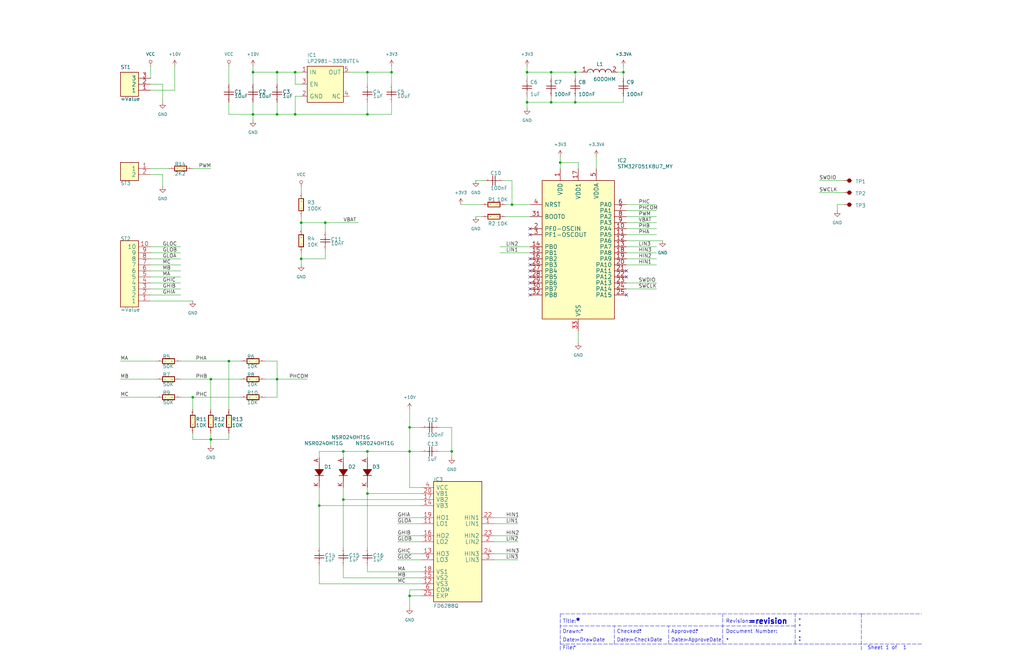
<source format=kicad_sch>
(kicad_sch (version 20211123) (generator eeschema)
  (paper "B")
  (title_block (title "testnoibec_mcu-SchDoc") (date "27 03 2022"))
  (lib_symbols
    (symbol "power:+10V" (power) (pin_names (offset 0))
      (property "Value" "+10V" (at 0 3.556 0))
      (symbol "+10V_0_1"
        (polyline (pts (xy -0.762 1.27) (xy 0 2.54)))
        (polyline (pts (xy 0 0) (xy 0 2.54)))
        (polyline (pts (xy 0 2.54) (xy 0.762 1.27)))
      )
      (symbol "+10V_1_1"
        (pin power_in line (at 0 0 90) (length 0) hide (name "+10V") (number "1"))
      )
    )
    (symbol "power:+3.3V" (power) (pin_names (offset 0))
      (property "Value" "+3.3V" (at 0 3.556 0))
      (symbol "+3.3V_0_1"
        (polyline (pts (xy -0.762 1.27) (xy 0 2.54)))
        (polyline (pts (xy 0 0) (xy 0 2.54)))
        (polyline (pts (xy 0 2.54) (xy 0.762 1.27)))
      )
      (symbol "+3.3V_1_1"
        (pin power_in line (at 0 0 90) (length 0) hide (name "+3V3") (number "1"))
      )
    )
    (symbol "power:+3.3VA" (power) (pin_names (offset 0))
      (property "Value" "+3.3VA" (at 0 3.556 0))
      (symbol "+3.3VA_0_1"
        (polyline (pts (xy -0.762 1.27) (xy 0 2.54)))
        (polyline (pts (xy 0 0) (xy 0 2.54)))
        (polyline (pts (xy 0 2.54) (xy 0.762 1.27)))
      )
      (symbol "+3.3VA_1_1"
        (pin power_in line (at 0 0 90) (length 0) hide (name "+3.3VA") (number "1"))
      )
    )
    (symbol "power:GND" (power) (pin_names (offset 0))
      (property "Value" "GND" (at 0 -3.81 0))
      (symbol "GND_0_1"
        (polyline (pts (xy 0 0) (xy 0 -1.27) (xy 1.27 -1.27) (xy 0 -2.54) (xy -1.27 -1.27) (xy 0 -1.27)))
      )
      (symbol "GND_1_1"
        (pin power_in line (at 0 0 270) (length 0) hide (name "GND") (number "1"))
      )
    )
    (symbol "power:VCC" (power) (pin_names (offset 0))
      (property "Value" "VCC" (at 0 3.81 0))
      (symbol "VCC_0_1"
        (polyline (pts (xy 0 0) (xy 0 1.27)))
        (circle (center 0 1.905) (radius 0.635))
      )
      (symbol "VCC_1_1"
        (pin power_in line (at 0 0 90) (length 0) hide (name "VCC") (number "1"))
      )
    )
    (symbol "testnoibec_mcu-rescue:Cap-" (pin_names (offset 1.016))
      (property "Reference" "C" (at 4.826 1.016 0))
      (property "Value" "Cap-" (at 4.826 -0.762 90))
      (symbol "Cap-_0_1"
        (polyline (pts (xy 0 -2.54) (xy 0.762 -2.54)) (stroke (width 0.254)))
        (polyline (pts (xy 0.762 -4.572) (xy 0.762 -0.508)) (stroke (width 0.254)))
        (polyline (pts (xy 1.778 -0.508) (xy 1.778 -4.572)) (stroke (width 0.254)))
        (polyline (pts (xy 2.54 -2.54) (xy 1.778 -2.54)) (stroke (width 0.254)))
        (pin passive line (at -2.54 -2.54 0) (length 2.54) (name "1") (number "1"))
        (pin passive line (at 5.08 -2.54 180) (length 2.54) (name "2") (number "2"))
      )
    )
    (symbol "testnoibec_mcu-rescue:DIODE-" (pin_names (offset 1.016))
      (property "Reference" "D" (at -0.508 -2.286 0))
      (property "Value" "DIODE-" (at -8.89 7.62 90))
      (symbol "DIODE-_0_1"
        (polyline (pts (xy 0 -2.54) (xy 2.54 -2.54)) (stroke (width 0.254)))
        (polyline (pts (xy 5.08 -2.54) (xy 7.62 -2.54)) (stroke (width 0.254)))
        (polyline (pts (xy 5.08 -0.762) (xy 5.08 -4.318)) (stroke (width 0.254)))
        (polyline (pts (xy 5.08 -2.54) (xy 5.08 -2.54) (xy 2.54 -4.318) (xy 2.54 -0.762) (xy 5.08 -2.54) (xy 5.08 -2.54)) (stroke (width 0.254)) (fill (type outline)))
        (pin passive line (at -2.54 -2.54 0) (length 2.54) (name "A") (number "A"))
        (pin passive line (at 10.16 -2.54 180) (length 2.54) (name "K") (number "K"))
      )
    )
    (symbol "testnoibec_mcu-rescue:FD6288Q-" (pin_names (offset 1.016))
      (property "Reference" "IC" (at -10.16 25.4 0))
      (property "Value" "FD6288Q-" (at -10.16 -27.94 0))
      (symbol "FD6288Q-_0_1"
        (rectangle (start 10.16 -25.4) (end -10.16 25.4) (stroke (width 0.254)) (fill (type background)))
        (pin input line (at -15.24 7.62 0) (length 5.08) (name "LIN1") (number "1"))
        (pin output line (at 15.24 0 180) (length 5.08) (name "LO2") (number "10"))
        (pin output line (at 15.24 7.62 180) (length 5.08) (name "LO1") (number "11"))
        (pin power_in line (at 15.24 -17.78 180) (length 5.08) (name "VS3") (number "12"))
        (pin output line (at 15.24 -5.08 180) (length 5.08) (name "HO3") (number "13"))
        (pin power_in line (at 15.24 15.24 180) (length 5.08) (name "VB3") (number "14"))
        (pin power_in line (at 15.24 -15.24 180) (length 5.08) (name "VS2") (number "15"))
        (pin output line (at 15.24 2.54 180) (length 5.08) (name "HO2") (number "16"))
        (pin power_in line (at 15.24 17.78 180) (length 5.08) (name "VB2") (number "17"))
        (pin power_in line (at 15.24 -12.7 180) (length 5.08) (name "VS1") (number "18"))
        (pin output line (at 15.24 10.16 180) (length 5.08) (name "HO1") (number "19"))
        (pin input line (at -15.24 0 0) (length 5.08) (name "LIN2") (number "2"))
        (pin power_in line (at 15.24 20.32 180) (length 5.08) (name "VB1") (number "20"))
        (pin input line (at -15.24 10.16 0) (length 5.08) (name "HIN1") (number "22"))
        (pin input line (at -15.24 2.54 0) (length 5.08) (name "HIN2") (number "23"))
        (pin input line (at -15.24 -5.08 0) (length 5.08) (name "HIN3") (number "24"))
        (pin power_in line (at 15.24 -22.86 180) (length 5.08) (name "EXP") (number "25"))
        (pin input line (at -15.24 -7.62 0) (length 5.08) (name "LIN3") (number "3"))
        (pin power_in line (at 15.24 22.86 180) (length 5.08) (name "VCC") (number "4"))
        (pin power_in line (at 15.24 -20.32 180) (length 5.08) (name "COM") (number "6"))
        (pin output line (at 15.24 -7.62 180) (length 5.08) (name "LO3") (number "9"))
      )
    )
    (symbol "testnoibec_mcu-rescue:Header_10X1-" (pin_names (offset 1.016))
      (property "Reference" "ST" (at -7.62 27.94 0))
      (property "Value" "Header_10X1-" (at -7.62 -2.032 0))
      (symbol "Header_10X1-_0_1"
        (rectangle (start 7.62 0) (end 0 -27.94) (stroke (width 0.254)) (fill (type background)))
        (pin passive line (at -5.08 -2.54 0) (length 5.08) (name "1") (number "1"))
        (pin passive line (at -5.08 -25.4 0) (length 5.08) (name "10") (number "10"))
        (pin passive line (at -5.08 -5.08 0) (length 5.08) (name "2") (number "2"))
        (pin passive line (at -5.08 -7.62 0) (length 5.08) (name "3") (number "3"))
        (pin passive line (at -5.08 -10.16 0) (length 5.08) (name "4") (number "4"))
        (pin passive line (at -5.08 -12.7 0) (length 5.08) (name "5") (number "5"))
        (pin passive line (at -5.08 -15.24 0) (length 5.08) (name "6") (number "6"))
        (pin passive line (at -5.08 -17.78 0) (length 5.08) (name "7") (number "7"))
        (pin passive line (at -5.08 -20.32 0) (length 5.08) (name "8") (number "8"))
        (pin passive line (at -5.08 -22.86 0) (length 5.08) (name "9") (number "9"))
      )
    )
    (symbol "testnoibec_mcu-rescue:Header_2X1-" (pin_names (offset 1.016))
      (property "Reference" "ST" (at -7.62 -9.652 0))
      (property "Value" "Header_2X1-" (at 0 0 0))
      (symbol "Header_2X1-_0_1"
        (rectangle (start 7.62 -7.62) (end 0 0) (stroke (width 0.254)) (fill (type background)))
        (pin passive line (at -5.08 -2.54 0) (length 5.08) (name "1") (number "1"))
        (pin passive line (at -5.08 -5.08 0) (length 5.08) (name "2") (number "2"))
      )
    )
    (symbol "testnoibec_mcu-rescue:Header_3X1-" (pin_names (offset 1.016))
      (property "Reference" "ST" (at -7.62 11.43 0))
      (property "Value" "Header_3X1-" (at -7.62 -2.032 0))
      (symbol "Header_3X1-_0_1"
        (rectangle (start 7.62 0) (end 0 -10.16) (stroke (width 0.254)) (fill (type background)))
        (pin passive line (at -5.08 -2.54 0) (length 5.08) (name "1") (number "1"))
        (pin passive line (at -5.08 -5.08 0) (length 5.08) (name "2") (number "2"))
        (pin passive line (at -5.08 -7.62 0) (length 5.08) (name "3") (number "3"))
      )
    )
    (symbol "testnoibec_mcu-rescue:Inductor_Bead-" (pin_names (offset 1.016))
      (property "Reference" "L" (at 0 -1.27 0))
      (property "Value" "Inductor_Bead-" (at 0 -5.334 0))
      (symbol "Inductor_Bead-_0_1"
        (pin passive line (at -2.54 -2.54 0) (length 2.54) (name "1") (number "1"))
        (pin passive line (at 12.7 -2.54 180) (length 2.54) (name "2") (number "2"))
      )
      (symbol "Inductor_Bead-_1_1"
        (arc (start 1.2446 -1.27) (mid 0.3629 -1.6508) (end 0 -2.54) (stroke (width 0.254)))
        (arc (start 2.54 -2.54) (mid 2.159 -1.633) (end 1.2446 -1.27) (stroke (width 0.254)))
        (arc (start 3.7846 -1.27) (mid 2.9029 -1.6508) (end 2.54 -2.54) (stroke (width 0.254)))
        (arc (start 5.08 -2.54) (mid 4.699 -1.633) (end 3.7846 -1.27) (stroke (width 0.254)))
        (arc (start 6.3246 -1.27) (mid 5.4429 -1.6508) (end 5.08 -2.54) (stroke (width 0.254)))
        (arc (start 7.62 -2.54) (mid 7.239 -1.633) (end 6.3246 -1.27) (stroke (width 0.254)))
        (arc (start 8.8646 -1.27) (mid 7.9829 -1.6508) (end 7.62 -2.54) (stroke (width 0.254)))
        (arc (start 10.16 -2.54) (mid 9.779 -1.633) (end 8.8646 -1.27) (stroke (width 0.254)))
      )
    )
    (symbol "testnoibec_mcu-rescue:Res-" (pin_names (offset 1.016))
      (property "Reference" "R" (at 5.08 2.54 0))
      (property "Value" "Res-" (at 5.08 0 90))
      (symbol "Res-_0_1"
        (rectangle (start 0 -3.556) (end 5.08 -1.524) (stroke (width 0.254)) (fill (type background)))
        (rectangle (start 0 -1.524) (end 5.08 -3.556) (stroke (width 0.254)) (fill (type background)))
        (rectangle (start 5.08 -1.524) (end 0 -3.556) (stroke (width 0.254)) (fill (type background)))
        (pin passive line (at -2.54 -2.54 0) (length 2.54) (name "1") (number "1"))
        (pin passive line (at 7.62 -2.54 180) (length 2.54) (name "2") (number "2"))
      )
    )
    (symbol "testnoibec_mcu-rescue:STM32F051K8U7_MY-" (pin_names (offset 1.016))
      (property "Reference" "IC" (at 16.51 38.1 0))
      (property "Value" "STM32F051K8U7_MY-" (at 16.51 35.56 0))
      (symbol "STM32F051K8U7_MY-_0_1"
        (rectangle (start -15.24 -27.94) (end 15.24 30.48) (stroke (width 0.254)) (fill (type background)))
        (pin power_in line (at -7.62 35.56 270) (length 5.08) (name "VDD") (number "1"))
        (pin bidirectional line (at 20.32 10.16 180) (length 5.08) (name "PA4") (number "10"))
        (pin bidirectional line (at 20.32 7.62 180) (length 5.08) (name "PA5") (number "11"))
        (pin bidirectional line (at 20.32 5.08 180) (length 5.08) (name "PA6") (number "12"))
        (pin bidirectional line (at 20.32 2.54 180) (length 5.08) (name "PA7") (number "13"))
        (pin bidirectional line (at -20.32 2.54 0) (length 5.08) (name "PB0") (number "14"))
        (pin bidirectional line (at -20.32 0 0) (length 5.08) (name "PB1") (number "15"))
        (pin bidirectional line (at -20.32 -2.54 0) (length 5.08) (name "PB2") (number "16"))
        (pin power_in line (at 0 35.56 270) (length 5.08) (name "VDD1") (number "17"))
        (pin bidirectional line (at 20.32 0 180) (length 5.08) (name "PA8") (number "18"))
        (pin bidirectional line (at 20.32 -2.54 180) (length 5.08) (name "PA9") (number "19"))
        (pin bidirectional line (at -20.32 10.16 0) (length 5.08) (name "PF0-OSCIN") (number "2"))
        (pin bidirectional line (at 20.32 -5.08 180) (length 5.08) (name "PA10") (number "20"))
        (pin bidirectional line (at 20.32 -7.62 180) (length 5.08) (name "PA11") (number "21"))
        (pin bidirectional line (at 20.32 -10.16 180) (length 5.08) (name "PA12") (number "22"))
        (pin bidirectional line (at 20.32 -12.7 180) (length 5.08) (name "PA13") (number "23"))
        (pin bidirectional line (at 20.32 -15.24 180) (length 5.08) (name "PA14") (number "24"))
        (pin bidirectional line (at 20.32 -17.78 180) (length 5.08) (name "PA15") (number "25"))
        (pin bidirectional line (at -20.32 -5.08 0) (length 5.08) (name "PB3") (number "26"))
        (pin bidirectional line (at -20.32 -7.62 0) (length 5.08) (name "PB4") (number "27"))
        (pin bidirectional line (at -20.32 -10.16 0) (length 5.08) (name "PB5") (number "28"))
        (pin bidirectional line (at -20.32 -12.7 0) (length 5.08) (name "PB6") (number "29"))
        (pin bidirectional line (at -20.32 7.62 0) (length 5.08) (name "PF1-OSCOUT") (number "3"))
        (pin bidirectional line (at -20.32 -15.24 0) (length 5.08) (name "PB7") (number "30"))
        (pin bidirectional line (at -20.32 15.24 0) (length 5.08) (name "BOOT0") (number "31"))
        (pin bidirectional line (at -20.32 -17.78 0) (length 5.08) (name "PB8") (number "32"))
        (pin power_in line (at 0 -33.02 90) (length 5.08) (name "VSS") (number "33"))
        (pin bidirectional line (at -20.32 20.32 0) (length 5.08) (name "NRST") (number "4"))
        (pin power_in line (at 7.62 35.56 270) (length 5.08) (name "VDDA") (number "5"))
        (pin bidirectional line (at 20.32 20.32 180) (length 5.08) (name "PA0") (number "6"))
        (pin bidirectional line (at 20.32 17.78 180) (length 5.08) (name "PA1") (number "7"))
        (pin bidirectional line (at 20.32 15.24 180) (length 5.08) (name "PA2") (number "8"))
        (pin bidirectional line (at 20.32 12.7 180) (length 5.08) (name "PA3") (number "9"))
      )
    )
    (symbol "testnoibec_mcu-rescue:TP-" (pin_names (offset 1.016))
      (property "Reference" "TP" (at 2.54 -1.27 0))
      (property "Value" "TP-" (at 0 0 0))
      (symbol "TP-_0_1"
        (circle (center 0 0) (radius 0.762) (stroke (width 0.254)) (fill (type outline)))
        (pin passive line (at -2.54 0 0) (length 2.54) (name "1") (number "1"))
      )
    )
    (symbol "testnoibec_mcu-rescue:TPS784-" (pin_names (offset 1.016))
      (property "Reference" "IC" (at -7.62 8.89 0))
      (property "Value" "TPS784-" (at -7.62 6.35 0))
      (symbol "TPS784-_0_1"
        (rectangle (start -7.62 -10.16) (end 7.62 5.08) (stroke (width 0.254)) (fill (type background)))
        (pin power_in line (at -10.16 2.54 0) (length 2.54) (name "IN") (number "1"))
        (pin power_in line (at -10.16 -7.62 0) (length 2.54) (name "GND") (number "2"))
        (pin passive line (at -10.16 -2.54 0) (length 2.54) (name "EN") (number "3"))
        (pin power_in line (at 10.16 -7.62 180) (length 2.54) (name "NC") (number "4"))
        (pin power_in line (at 10.16 2.54 180) (length 2.54) (name "OUT") (number "5"))
      )
    )
  )
  (junction (at 172.72 180.34))
  (junction (at 81.28 167.64))
  (junction (at 124.46 30.48))
  (junction (at 165.1 30.48))
  (junction (at 154.94 30.48))
  (junction (at 116.84 160.02))
  (junction (at 88.9 160.02))
  (junction (at 215.9 86.36))
  (junction (at 172.72 251.46))
  (junction (at 154.94 48.26))
  (junction (at 232.41 43.18))
  (junction (at 236.22 68.58))
  (junction (at 137.16 93.98))
  (junction (at 144.78 210.82))
  (junction (at 116.84 30.48))
  (junction (at 190.5 190.5))
  (junction (at 127 109.22))
  (junction (at 154.94 190.5))
  (junction (at 154.94 208.28))
  (junction (at 127 93.98))
  (junction (at 106.68 30.48))
  (junction (at 262.89 30.48))
  (junction (at 242.57 30.48))
  (junction (at 222.25 43.18))
  (junction (at 96.52 152.4))
  (junction (at 106.68 48.26))
  (junction (at 144.78 190.5))
  (junction (at 242.57 43.18))
  (junction (at 88.9 185.42))
  (junction (at 232.41 30.48))
  (junction (at 134.62 213.36))
  (junction (at 124.46 48.26))
  (junction (at 116.84 48.26))
  (junction (at 222.25 30.48))
  (junction (at 172.72 190.5))
  (no_connect (at 223.52 109.22))
  (no_connect (at 223.52 111.76))
  (no_connect (at 223.52 114.3))
  (no_connect (at 223.52 96.52))
  (no_connect (at 223.52 99.06))
  (no_connect (at 264.16 116.84))
  (no_connect (at 223.52 121.92))
  (no_connect (at 223.52 124.46))
  (no_connect (at 223.52 119.38))
  (no_connect (at 264.16 124.46))
  (no_connect (at 223.52 116.84))
  (no_connect (at 264.16 114.3))
  (wire (pts (xy 154.94 190.5) (xy 172.72 190.5)))
  (wire (pts (xy 134.62 238.76) (xy 134.62 246.38)))
  (wire (pts (xy 262.89 40.64) (xy 262.89 43.18)))
  (wire (pts (xy 134.62 213.36) (xy 134.62 231.14)))
  (wire (pts (xy 276.86 88.9) (xy 264.16 88.9)))
  (wire (pts (xy 154.94 30.48) (xy 147.32 30.48)))
  (wire (pts (xy 243.84 139.7) (xy 243.84 144.78)))
  (wire (pts (xy 165.1 35.56) (xy 165.1 30.48)))
  (wire (pts (xy 236.22 66.04) (xy 236.22 68.58)))
  (wire (pts (xy 190.5 193.04) (xy 190.5 190.5)))
  (wire (pts (xy 88.9 71.12) (xy 81.28 71.12)))
  (wire (pts (xy 264.16 121.92) (xy 276.86 121.92)))
  (wire (pts (xy 137.16 93.98) (xy 127 93.98)))
  (wire (pts (xy 262.89 27.94) (xy 262.89 30.48)))
  (wire (pts (xy 76.2 114.3) (xy 63.5 114.3)))
  (wire (pts (xy 81.28 167.64) (xy 76.2 167.64)))
  (wire (pts (xy 144.78 210.82) (xy 177.8 210.82)))
  (wire (pts (xy 345.44 76.2) (xy 355.6 76.2)))
  (wire (pts (xy 232.41 30.48) (xy 232.41 33.02)))
  (wire (pts (xy 137.16 97.79) (xy 137.16 93.98)))
  (polyline (pts (xy 363.22 259.08) (xy 388.62 259.08)))
  (wire (pts (xy 232.41 43.18) (xy 232.41 40.64)))
  (wire (pts (xy 116.84 152.4) (xy 111.76 152.4)))
  (wire (pts (xy 106.68 35.56) (xy 106.68 30.48)))
  (wire (pts (xy 279.4 101.6) (xy 264.16 101.6)))
  (wire (pts (xy 208.28 220.98) (xy 218.44 220.98)))
  (wire (pts (xy 215.9 86.36) (xy 223.52 86.36)))
  (wire (pts (xy 276.86 99.06) (xy 264.16 99.06)))
  (wire (pts (xy 167.64 218.44) (xy 177.8 218.44)))
  (wire (pts (xy 116.84 160.02) (xy 111.76 160.02)))
  (wire (pts (xy 165.1 30.48) (xy 154.94 30.48)))
  (wire (pts (xy 144.78 190.5) (xy 144.78 193.04)))
  (wire (pts (xy 129.54 160.02) (xy 116.84 160.02)))
  (wire (pts (xy 213.36 91.44) (xy 223.52 91.44)))
  (wire (pts (xy 134.62 190.5) (xy 144.78 190.5)))
  (wire (pts (xy 144.78 205.74) (xy 144.78 210.82)))
  (wire (pts (xy 144.78 238.76) (xy 144.78 243.84)))
  (wire (pts (xy 96.52 27.94) (xy 96.52 35.56)))
  (wire (pts (xy 88.9 185.42) (xy 81.28 185.42)))
  (wire (pts (xy 96.52 43.18) (xy 96.52 48.26)))
  (wire (pts (xy 172.72 172.72) (xy 172.72 180.34)))
  (wire (pts (xy 71.12 71.12) (xy 63.5 71.12)))
  (polyline (pts (xy 236.22 271.78) (xy 363.22 271.78)))
  (wire (pts (xy 50.8 167.64) (xy 66.04 167.64)))
  (wire (pts (xy 208.28 233.68) (xy 218.44 233.68)))
  (wire (pts (xy 262.89 30.48) (xy 262.89 33.02)))
  (polyline (pts (xy 236.22 259.08) (xy 363.22 259.08)))
  (wire (pts (xy 134.62 213.36) (xy 177.8 213.36)))
  (wire (pts (xy 222.25 30.48) (xy 222.25 33.02)))
  (wire (pts (xy 127 96.52) (xy 127 93.98)))
  (wire (pts (xy 116.84 48.26) (xy 116.84 43.18)))
  (wire (pts (xy 165.1 27.94) (xy 165.1 30.48)))
  (wire (pts (xy 213.36 86.36) (xy 215.9 86.36)))
  (wire (pts (xy 124.46 30.48) (xy 127 30.48)))
  (wire (pts (xy 172.72 251.46) (xy 172.72 248.92)))
  (wire (pts (xy 203.2 91.44) (xy 200.66 91.44)))
  (wire (pts (xy 116.84 30.48) (xy 116.84 35.56)))
  (wire (pts (xy 124.46 48.26) (xy 116.84 48.26)))
  (wire (pts (xy 81.28 185.42) (xy 81.28 182.88)))
  (wire (pts (xy 68.58 73.66) (xy 63.5 73.66)))
  (wire (pts (xy 167.64 228.6) (xy 177.8 228.6)))
  (polyline (pts (xy 259.08 271.78) (xy 259.08 264.16)))
  (wire (pts (xy 345.44 81.28) (xy 355.6 81.28)))
  (wire (pts (xy 276.86 109.22) (xy 264.16 109.22)))
  (wire (pts (xy 76.2 106.68) (xy 63.5 106.68)))
  (wire (pts (xy 208.28 228.6) (xy 218.44 228.6)))
  (polyline (pts (xy 335.28 264.16) (xy 236.22 264.16)))
  (wire (pts (xy 81.28 127) (xy 63.5 127)))
  (wire (pts (xy 127 40.64) (xy 124.46 40.64)))
  (wire (pts (xy 236.22 68.58) (xy 236.22 71.12)))
  (wire (pts (xy 276.86 104.14) (xy 264.16 104.14)))
  (wire (pts (xy 190.5 190.5) (xy 190.5 180.34)))
  (wire (pts (xy 208.28 226.06) (xy 218.44 226.06)))
  (wire (pts (xy 50.8 160.02) (xy 66.04 160.02)))
  (wire (pts (xy 245.11 30.48) (xy 242.57 30.48)))
  (wire (pts (xy 276.86 111.76) (xy 264.16 111.76)))
  (wire (pts (xy 167.64 226.06) (xy 177.8 226.06)))
  (polyline (pts (xy 281.94 271.78) (xy 281.94 264.16)))
  (wire (pts (xy 137.16 105.41) (xy 137.16 109.22)))
  (wire (pts (xy 222.25 43.18) (xy 222.25 45.72)))
  (wire (pts (xy 96.52 152.4) (xy 101.6 152.4)))
  (wire (pts (xy 223.52 106.68) (xy 210.82 106.68)))
  (wire (pts (xy 172.72 248.92) (xy 177.8 248.92)))
  (wire (pts (xy 222.25 30.48) (xy 232.41 30.48)))
  (wire (pts (xy 116.84 160.02) (xy 116.84 152.4)))
  (wire (pts (xy 76.2 104.14) (xy 63.5 104.14)))
  (wire (pts (xy 76.2 111.76) (xy 63.5 111.76)))
  (wire (pts (xy 76.2 121.92) (xy 63.5 121.92)))
  (wire (pts (xy 81.28 172.72) (xy 81.28 167.64)))
  (wire (pts (xy 127 81.28) (xy 127 78.74)))
  (wire (pts (xy 167.64 236.22) (xy 177.8 236.22)))
  (wire (pts (xy 88.9 160.02) (xy 76.2 160.02)))
  (wire (pts (xy 165.1 48.26) (xy 165.1 43.18)))
  (wire (pts (xy 172.72 180.34) (xy 172.72 190.5)))
  (wire (pts (xy 68.58 35.56) (xy 63.5 35.56)))
  (wire (pts (xy 73.66 38.1) (xy 63.5 38.1)))
  (wire (pts (xy 172.72 256.54) (xy 172.72 251.46)))
  (wire (pts (xy 154.94 48.26) (xy 124.46 48.26)))
  (wire (pts (xy 144.78 210.82) (xy 144.78 231.14)))
  (wire (pts (xy 215.9 76.2) (xy 215.9 86.36)))
  (wire (pts (xy 50.8 152.4) (xy 66.04 152.4)))
  (wire (pts (xy 111.76 167.64) (xy 116.84 167.64)))
  (wire (pts (xy 172.72 190.5) (xy 177.8 190.5)))
  (wire (pts (xy 116.84 48.26) (xy 106.68 48.26)))
  (wire (pts (xy 134.62 246.38) (xy 177.8 246.38)))
  (wire (pts (xy 172.72 180.34) (xy 177.8 180.34)))
  (wire (pts (xy 76.2 124.46) (xy 63.5 124.46)))
  (wire (pts (xy 264.16 119.38) (xy 276.86 119.38)))
  (wire (pts (xy 96.52 182.88) (xy 96.52 185.42)))
  (wire (pts (xy 154.94 30.48) (xy 154.94 35.56)))
  (wire (pts (xy 127 111.76) (xy 127 109.22)))
  (wire (pts (xy 276.86 96.52) (xy 264.16 96.52)))
  (wire (pts (xy 116.84 30.48) (xy 124.46 30.48)))
  (wire (pts (xy 208.28 218.44) (xy 218.44 218.44)))
  (wire (pts (xy 353.06 88.9) (xy 353.06 86.36)))
  (wire (pts (xy 172.72 251.46) (xy 177.8 251.46)))
  (polyline (pts (xy 335.28 271.78) (xy 335.28 259.08)))
  (wire (pts (xy 96.52 152.4) (xy 76.2 152.4)))
  (wire (pts (xy 276.86 86.36) (xy 264.16 86.36)))
  (wire (pts (xy 68.58 43.18) (xy 68.58 35.56)))
  (wire (pts (xy 76.2 109.22) (xy 63.5 109.22)))
  (wire (pts (xy 96.52 172.72) (xy 96.52 152.4)))
  (wire (pts (xy 190.5 190.5) (xy 185.42 190.5)))
  (wire (pts (xy 154.94 43.18) (xy 154.94 48.26)))
  (wire (pts (xy 242.57 40.64) (xy 242.57 43.18)))
  (wire (pts (xy 127 109.22) (xy 127 106.68)))
  (wire (pts (xy 190.5 180.34) (xy 185.42 180.34)))
  (wire (pts (xy 276.86 106.68) (xy 264.16 106.68)))
  (wire (pts (xy 262.89 43.18) (xy 242.57 43.18)))
  (wire (pts (xy 262.89 30.48) (xy 260.35 30.48)))
  (wire (pts (xy 96.52 48.26) (xy 106.68 48.26)))
  (wire (pts (xy 144.78 243.84) (xy 177.8 243.84)))
  (wire (pts (xy 154.94 208.28) (xy 177.8 208.28)))
  (wire (pts (xy 251.46 66.04) (xy 251.46 71.12)))
  (wire (pts (xy 96.52 185.42) (xy 88.9 185.42)))
  (wire (pts (xy 208.28 236.22) (xy 218.44 236.22)))
  (wire (pts (xy 172.72 205.74) (xy 172.72 190.5)))
  (polyline (pts (xy 388.62 271.78) (xy 363.22 271.78)))
  (wire (pts (xy 167.64 220.98) (xy 177.8 220.98)))
  (wire (pts (xy 177.8 205.74) (xy 172.72 205.74)))
  (wire (pts (xy 200.66 76.2) (xy 204.47 76.2)))
  (wire (pts (xy 63.5 27.94) (xy 63.5 33.02)))
  (wire (pts (xy 232.41 43.18) (xy 222.25 43.18)))
  (wire (pts (xy 76.2 116.84) (xy 63.5 116.84)))
  (wire (pts (xy 154.94 208.28) (xy 154.94 231.14)))
  (wire (pts (xy 137.16 109.22) (xy 127 109.22)))
  (wire (pts (xy 134.62 205.74) (xy 134.62 213.36)))
  (wire (pts (xy 203.2 86.36) (xy 194.31 86.36)))
  (polyline (pts (xy 304.8 271.78) (xy 304.8 259.08)))
  (wire (pts (xy 144.78 190.5) (xy 154.94 190.5)))
  (wire (pts (xy 154.94 241.3) (xy 177.8 241.3)))
  (wire (pts (xy 154.94 190.5) (xy 154.94 193.04)))
  (wire (pts (xy 106.68 27.94) (xy 106.68 30.48)))
  (wire (pts (xy 127 93.98) (xy 127 91.44)))
  (wire (pts (xy 124.46 40.64) (xy 124.46 48.26)))
  (wire (pts (xy 154.94 238.76) (xy 154.94 241.3)))
  (wire (pts (xy 116.84 167.64) (xy 116.84 160.02)))
  (polyline (pts (xy 363.22 274.32) (xy 363.22 259.08)))
  (wire (pts (xy 88.9 160.02) (xy 101.6 160.02)))
  (wire (pts (xy 276.86 91.44) (xy 264.16 91.44)))
  (wire (pts (xy 215.9 76.2) (xy 212.09 76.2)))
  (wire (pts (xy 151.13 93.98) (xy 137.16 93.98)))
  (wire (pts (xy 88.9 172.72) (xy 88.9 160.02)))
  (wire (pts (xy 73.66 27.94) (xy 73.66 38.1)))
  (wire (pts (xy 154.94 48.26) (xy 165.1 48.26)))
  (wire (pts (xy 106.68 30.48) (xy 116.84 30.48)))
  (wire (pts (xy 88.9 185.42) (xy 88.9 187.96)))
  (wire (pts (xy 88.9 182.88) (xy 88.9 185.42)))
  (wire (pts (xy 242.57 30.48) (xy 242.57 33.02)))
  (wire (pts (xy 232.41 30.48) (xy 242.57 30.48)))
  (wire (pts (xy 222.25 40.64) (xy 222.25 43.18)))
  (wire (pts (xy 223.52 104.14) (xy 210.82 104.14)))
  (wire (pts (xy 81.28 167.64) (xy 101.6 167.64)))
  (wire (pts (xy 222.25 27.94) (xy 222.25 30.48)))
  (wire (pts (xy 276.86 93.98) (xy 264.16 93.98)))
  (wire (pts (xy 134.62 193.04) (xy 134.62 190.5)))
  (polyline (pts (xy 236.22 274.32) (xy 236.22 259.08)))
  (wire (pts (xy 154.94 205.74) (xy 154.94 208.28)))
  (wire (pts (xy 167.64 233.68) (xy 177.8 233.68)))
  (wire (pts (xy 124.46 35.56) (xy 127 35.56)))
  (wire (pts (xy 243.84 68.58) (xy 243.84 71.12)))
  (wire (pts (xy 124.46 30.48) (xy 124.46 35.56)))
  (wire (pts (xy 76.2 119.38) (xy 63.5 119.38)))
  (wire (pts (xy 236.22 68.58) (xy 243.84 68.58)))
  (wire (pts (xy 242.57 43.18) (xy 232.41 43.18)))
  (wire (pts (xy 106.68 50.8) (xy 106.68 48.26)))
  (wire (pts (xy 353.06 86.36) (xy 355.6 86.36)))
  (wire (pts (xy 68.58 78.74) (xy 68.58 73.66)))
  (wire (pts (xy 106.68 43.18) (xy 106.68 48.26)))
  (text "*" (at 306.07 271.272 0) (effects (font (size 1.524 1.524)) (justify left bottom)))
  (text "1" (at 373.38 274.32 0) (effects (font (size 1.524 1.524)) (justify left bottom)))
  (text "=DrawDate" (at 242.57 271.018 0) (effects (font (size 1.524 1.524)) (justify left bottom)))
  (text "=revision" (at 315.468 263.652 0) (effects (font (size 2.286 2.286) (thickness 0.4572) bold) (justify left bottom)))
  (text "Date:" (at 237.236 271.018 0) (effects (font (size 1.524 1.524)) (justify left bottom)))
  (text "Title:" (at 237.236 263.144 0) (effects (font (size 1.524 1.524)) (justify left bottom)))
  (text "*" (at 336.55 270.51 0) (effects (font (size 1.524 1.524)) (justify left bottom)))
  (text "*" (at 269.24 267.716 0) (effects (font (size 1.8288 1.8288)) (justify left bottom)))
  (text "*" (at 242.57 263.652 0) (effects (font (size 2.286 2.286) (thickness 0.4572) bold) (justify left bottom)))
  (text "File:" (at 237.236 274.32 0) (effects (font (size 1.524 1.524)) (justify left bottom)))
  (text "Sheet" (at 365.76 274.32 0) (effects (font (size 1.524 1.524)) (justify left bottom)))
  (text "*" (at 336.55 262.89 0) (effects (font (size 1.524 1.524)) (justify left bottom)))
  (text "Approved:" (at 282.956 267.462 0) (effects (font (size 1.524 1.524)) (justify left bottom)))
  (text "Checked:" (at 260.096 267.462 0) (effects (font (size 1.524 1.524)) (justify left bottom)))
  (text "Document Number:" (at 306.07 267.462 0) (effects (font (size 1.524 1.524)) (justify left bottom)))
  (text "Date:" (at 282.956 271.018 0) (effects (font (size 1.524 1.524)) (justify left bottom)))
  (text "*" (at 336.55 271.78 0) (effects (font (size 1.524 1.524)) (justify left bottom)))
  (text "=ApproveDate" (at 288.29 271.018 0) (effects (font (size 1.524 1.524)) (justify left bottom)))
  (text "Drawn:" (at 237.236 267.462 0) (effects (font (size 1.524 1.524)) (justify left bottom)))
  (text "of" (at 375.92 274.32 0) (effects (font (size 1.524 1.524)) (justify left bottom)))
  (text "Revision:" (at 306.07 263.144 0) (effects (font (size 1.524 1.524)) (justify left bottom)))
  (text "Date:" (at 260.096 271.018 0) (effects (font (size 1.524 1.524)) (justify left bottom)))
  (text "*" (at 336.55 267.97 0) (effects (font (size 1.524 1.524)) (justify left bottom)))
  (text "1" (at 380.746 274.32 0) (effects (font (size 1.524 1.524)) (justify left bottom)))
  (text "*" (at 241.808 274.066 0) (effects (font (size 1.2192 1.2192)) (justify left bottom)))
  (text "*" (at 244.602 267.716 0) (effects (font (size 1.8288 1.8288)) (justify left bottom)))
  (text "*" (at 336.55 265.43 0) (effects (font (size 1.524 1.524)) (justify left bottom)))
  (text "*" (at 293.116 267.716 0) (effects (font (size 1.8288 1.8288)) (justify left bottom)))
  (text "=CheckDate" (at 265.43 271.018 0) (effects (font (size 1.524 1.524)) (justify left bottom)))
  (label "PWM" (at 83.82 71.12 0) (effects (font (size 1.524 1.524))))
  (label "MC" (at 167.64 246.38 0) (effects (font (size 1.524 1.524))))
  (label "GHIB" (at 167.64 226.06 0) (effects (font (size 1.524 1.524))))
  (label "GLOA" (at 68.58 109.22 0) (effects (font (size 1.524 1.524))))
  (label "GHIA" (at 167.64 218.44 0) (effects (font (size 1.524 1.524))))
  (label "GHIC" (at 167.64 233.68 0) (effects (font (size 1.524 1.524))))
  (label "MA" (at 167.64 241.3 0) (effects (font (size 1.524 1.524))))
  (label "HIN1" (at 213.36 218.44 0) (effects (font (size 1.524 1.524))))
  (label "GHIB" (at 68.58 121.92 0) (effects (font (size 1.524 1.524))))
  (label "MB" (at 50.8 160.02 0) (effects (font (size 1.524 1.524))))
  (label "SWCLK" (at 345.44 81.28 0) (effects (font (size 1.524 1.524))))
  (label "GLOA" (at 167.64 220.98 0) (effects (font (size 1.524 1.524))))
  (label "MB" (at 68.58 114.3 0) (effects (font (size 1.524 1.524))))
  (label "PWM" (at 269.24 91.44 0) (effects (font (size 1.524 1.524))))
  (label "MA" (at 68.58 116.84 0) (effects (font (size 1.524 1.524))))
  (label "LIN2" (at 213.36 104.14 0) (effects (font (size 1.524 1.524))))
  (label "LIN3" (at 269.24 104.14 0) (effects (font (size 1.524 1.524))))
  (label "GLOB" (at 167.64 228.6 0) (effects (font (size 1.524 1.524))))
  (label "MA" (at 50.8 152.4 0) (effects (font (size 1.524 1.524))))
  (label "MC" (at 68.58 111.76 0) (effects (font (size 1.524 1.524))))
  (label "MC" (at 50.8 167.64 0) (effects (font (size 1.524 1.524))))
  (label "PHB" (at 269.24 96.52 0) (effects (font (size 1.524 1.524))))
  (label "SWCLK" (at 269.24 121.92 0) (effects (font (size 1.524 1.524))))
  (label "GLOC" (at 167.64 236.22 0) (effects (font (size 1.524 1.524))))
  (label "HIN2" (at 269.24 109.22 0) (effects (font (size 1.524 1.524))))
  (label "GHIA" (at 68.58 124.46 0) (effects (font (size 1.524 1.524))))
  (label "PHB" (at 82.55 160.02 0) (effects (font (size 1.524 1.524))))
  (label "GLOB" (at 68.58 106.68 0) (effects (font (size 1.524 1.524))))
  (label "PHCOM" (at 121.92 160.02 0) (effects (font (size 1.524 1.524))))
  (label "LIN1" (at 213.36 106.68 0) (effects (font (size 1.524 1.524))))
  (label "MB" (at 167.64 243.84 0) (effects (font (size 1.524 1.524))))
  (label "GHIC" (at 68.58 119.38 0) (effects (font (size 1.524 1.524))))
  (label "VBAT" (at 144.78 93.98 0) (effects (font (size 1.524 1.524))))
  (label "LIN3" (at 213.36 236.22 0) (effects (font (size 1.524 1.524))))
  (label "HIN1" (at 269.24 111.76 0) (effects (font (size 1.524 1.524))))
  (label "HIN2" (at 213.36 226.06 0) (effects (font (size 1.524 1.524))))
  (label "PHA" (at 82.55 152.4 0) (effects (font (size 1.524 1.524))))
  (label "PHCOM" (at 269.24 88.9 0) (effects (font (size 1.524 1.524))))
  (label "SWDIO" (at 269.24 119.38 0) (effects (font (size 1.524 1.524))))
  (label "HIN3" (at 269.24 106.68 0) (effects (font (size 1.524 1.524))))
  (label "HIN3" (at 213.36 233.68 0) (effects (font (size 1.524 1.524))))
  (label "PHA" (at 269.24 99.06 0) (effects (font (size 1.524 1.524))))
  (label "LIN1" (at 213.36 220.98 0) (effects (font (size 1.524 1.524))))
  (label "GLOC" (at 68.58 104.14 0) (effects (font (size 1.524 1.524))))
  (label "LIN2" (at 213.36 228.6 0) (effects (font (size 1.524 1.524))))
  (label "SWDIO" (at 345.44 76.2 0) (effects (font (size 1.524 1.524))))
  (label "PHC" (at 82.55 167.64 0) (effects (font (size 1.524 1.524))))
  (label "VBAT" (at 269.24 93.98 0) (effects (font (size 1.524 1.524))))
  (label "PHC" (at 269.24 86.36 0) (effects (font (size 1.524 1.524))))
  (symbol (lib_id "testnoibec_mcu-rescue:Res-") (at 109.22 162.56 180) (unit 1)
    (property "Reference" "R8" (at 104.14 159.004 0) (effects (font (size 1.524 1.524)) (justify right top)))
    (property "Value" "10K" (at 104.14 163.068 0) (effects (font (size 1.524 1.524)) (justify right top)))
  )
  (symbol (lib_id "testnoibec_mcu-rescue:Res-") (at 68.58 149.86 0) (unit 1)
    (property "Reference" "R5" (at 68.58 151.384 0) (effects (font (size 1.524 1.524)) (justify left bottom)))
    (property "Value" "50K" (at 68.58 155.448 0) (effects (font (size 1.524 1.524)) (justify left bottom)))
  )
  (symbol (lib_id "testnoibec_mcu-rescue:Res-") (at 68.58 157.48 0) (unit 1)
    (property "Reference" "R7" (at 68.58 159.004 0) (effects (font (size 1.524 1.524)) (justify left bottom)))
    (property "Value" "50K" (at 68.58 163.068 0) (effects (font (size 1.524 1.524)) (justify left bottom)))
  )
  (symbol (lib_id "testnoibec_mcu-rescue:Res-") (at 109.22 170.18 180) (unit 1)
    (property "Reference" "R10" (at 104.14 166.624 0) (effects (font (size 1.524 1.524)) (justify right top)))
    (property "Value" "10K" (at 104.14 170.688 0) (effects (font (size 1.524 1.524)) (justify right top)))
  )
  (symbol (lib_id "testnoibec_mcu-rescue:Res-") (at 78.74 180.34 90) (unit 1)
    (property "Reference" "R11" (at 82.55 177.8 90) (effects (font (size 1.524 1.524)) (justify right top)))
    (property "Value" "10K" (at 82.55 180.34 90) (effects (font (size 1.524 1.524)) (justify right top)))
  )
  (symbol (lib_id "testnoibec_mcu-rescue:Cap-") (at 162.56 40.64 90) (unit 1)
    (property "Reference" "C5" (at 167.386 39.624 90) (effects (font (size 1.524 1.524)) (justify right top)))
    (property "Value" "10uF" (at 167.386 41.402 90) (effects (font (size 1.524 1.524)) (justify right top)))
  )
  (symbol (lib_id "testnoibec_mcu-rescue:Header_3X1-") (at 58.42 40.64 180) (unit 1)
    (property "Reference" "ST1" (at 50.8 29.21 0) (effects (font (size 1.524 1.524)) (justify right top)))
    (property "Value" "=Value" (at 50.8 42.672 0) (effects (font (size 1.524 1.524)) (justify right top)))
  )
  (symbol (lib_id "testnoibec_mcu-rescue:Cap-") (at 134.62 102.87 90) (unit 1)
    (property "Reference" "C11" (at 139.446 101.854 90) (effects (font (size 1.524 1.524)) (justify right top)))
    (property "Value" "10nF" (at 139.446 103.632 90) (effects (font (size 1.524 1.524)) (justify right top)))
  )
  (symbol (lib_id "testnoibec_mcu-rescue:Res-") (at 124.46 104.14 90) (unit 1)
    (property "Reference" "R4" (at 129.54 101.6 90) (effects (font (size 1.524 1.524)) (justify right top)))
    (property "Value" "10K" (at 129.54 104.14 90) (effects (font (size 1.524 1.524)) (justify right top)))
  )
  (symbol (lib_id "testnoibec_mcu-rescue:Header_10X1-") (at 58.42 129.54 180) (unit 1)
    (property "Reference" "ST2" (at 50.8 101.6 0) (effects (font (size 1.524 1.524)) (justify right top)))
    (property "Value" "=Value" (at 50.8 131.572 0) (effects (font (size 1.524 1.524)) (justify right top)))
  )
  (symbol (lib_id "testnoibec_mcu-rescue:Res-") (at 124.46 88.9 90) (unit 1)
    (property "Reference" "R3" (at 129.54 86.36 90) (effects (font (size 1.524 1.524)) (justify right top)))
    (property "Value" "100K" (at 129.54 88.9 90) (effects (font (size 1.524 1.524)) (justify right top)))
  )
  (symbol (lib_id "testnoibec_mcu-rescue:Cap-") (at 219.71 38.1 90) (unit 1)
    (property "Reference" "C6" (at 223.52 35.56 90) (effects (font (size 1.524 1.524)) (justify right top)))
    (property "Value" "1uF" (at 223.52 40.64 90) (effects (font (size 1.524 1.524)) (justify right top)))
  )
  (symbol (lib_id "testnoibec_mcu-rescue:Cap-") (at 229.87 38.1 90) (unit 1)
    (property "Reference" "C7" (at 233.68 35.56 90) (effects (font (size 1.524 1.524)) (justify right top)))
    (property "Value" "100nF" (at 233.68 40.64 90) (effects (font (size 1.524 1.524)) (justify right top)))
  )
  (symbol (lib_id "testnoibec_mcu-rescue:Cap-") (at 260.35 38.1 90) (unit 1)
    (property "Reference" "C9" (at 264.16 35.56 90) (effects (font (size 1.524 1.524)) (justify right top)))
    (property "Value" "100nF" (at 264.16 40.64 90) (effects (font (size 1.524 1.524)) (justify right top)))
  )
  (symbol (lib_id "testnoibec_mcu-rescue:Cap-") (at 240.03 38.1 90) (unit 1)
    (property "Reference" "C8" (at 243.84 35.56 90) (effects (font (size 1.524 1.524)) (justify right top)))
    (property "Value" "100nF" (at 243.84 40.64 90) (effects (font (size 1.524 1.524)) (justify right top)))
  )
  (symbol (lib_id "testnoibec_mcu-rescue:Inductor_Bead-") (at 247.65 27.94 0) (unit 1)
    (property "Reference" "L1" (at 251.46 27.94 0) (effects (font (size 1.524 1.524)) (justify left bottom)))
    (property "Value" "600OHM" (at 250.19 34.29 0) (effects (font (size 1.524 1.524)) (justify left bottom)))
  )
  (symbol (lib_id "testnoibec_mcu-rescue:STM32F051K8U7_MY-") (at 243.84 106.68 0) (unit 1)
    (property "Reference" "IC2" (at 260.35 68.58 0) (effects (font (size 1.524 1.524)) (justify left bottom)))
    (property "Value" "STM32F051K8U7_MY" (at 260.35 71.12 0) (effects (font (size 1.524 1.524)) (justify left bottom)))
  )
  (symbol (lib_id "testnoibec_mcu-rescue:TP-") (at 358.14 86.36 0) (unit 1)
    (property "Reference" "TP3" (at 360.68 87.63 0) (effects (font (size 1.524 1.524)) (justify left bottom)))
  )
  (symbol (lib_id "testnoibec_mcu-rescue:TP-") (at 358.14 81.28 0) (unit 1)
    (property "Reference" "TP2" (at 360.68 82.55 0) (effects (font (size 1.524 1.524)) (justify left bottom)))
  )
  (symbol (lib_id "testnoibec_mcu-rescue:TP-") (at 358.14 76.2 0) (unit 1)
    (property "Reference" "TP1" (at 360.68 77.47 0) (effects (font (size 1.524 1.524)) (justify left bottom)))
  )
  (symbol (lib_id "testnoibec_mcu-rescue:Cap-") (at 104.14 40.64 90) (unit 1)
    (property "Reference" "C2" (at 108.966 39.624 90) (effects (font (size 1.524 1.524)) (justify right top)))
    (property "Value" "10uF" (at 108.966 41.402 90) (effects (font (size 1.524 1.524)) (justify right top)))
  )
  (symbol (lib_id "testnoibec_mcu-rescue:Cap-") (at 182.88 193.04 180) (unit 1)
    (property "Reference" "C13" (at 180.086 188.214 0) (effects (font (size 1.524 1.524)) (justify right top)))
    (property "Value" "1uF" (at 180.086 194.564 0) (effects (font (size 1.524 1.524)) (justify right top)))
  )
  (symbol (lib_id "testnoibec_mcu-rescue:Cap-") (at 152.4 236.22 90) (unit 1)
    (property "Reference" "C16" (at 157.226 235.204 90) (effects (font (size 1.524 1.524)) (justify right top)))
    (property "Value" "1uF" (at 157.226 236.982 90) (effects (font (size 1.524 1.524)) (justify right top)))
  )
  (symbol (lib_id "testnoibec_mcu-rescue:Cap-") (at 142.24 236.22 90) (unit 1)
    (property "Reference" "C15" (at 147.066 235.204 90) (effects (font (size 1.524 1.524)) (justify right top)))
    (property "Value" "1uF" (at 147.066 236.982 90) (effects (font (size 1.524 1.524)) (justify right top)))
  )
  (symbol (lib_id "testnoibec_mcu-rescue:Cap-") (at 132.08 236.22 90) (unit 1)
    (property "Reference" "C14" (at 136.906 235.204 90) (effects (font (size 1.524 1.524)) (justify right top)))
    (property "Value" "1uF" (at 136.906 236.982 90) (effects (font (size 1.524 1.524)) (justify right top)))
  )
  (symbol (lib_id "testnoibec_mcu-rescue:Cap-") (at 152.4 40.64 90) (unit 1)
    (property "Reference" "C4" (at 157.226 39.624 90) (effects (font (size 1.524 1.524)) (justify right top)))
    (property "Value" "1uF" (at 157.226 41.402 90) (effects (font (size 1.524 1.524)) (justify right top)))
  )
  (symbol (lib_id "testnoibec_mcu-rescue:Res-") (at 93.98 180.34 90) (unit 1)
    (property "Reference" "R13" (at 97.79 177.8 90) (effects (font (size 1.524 1.524)) (justify right top)))
    (property "Value" "10K" (at 97.79 180.34 90) (effects (font (size 1.524 1.524)) (justify right top)))
  )
  (symbol (lib_id "testnoibec_mcu-rescue:Res-") (at 86.36 180.34 90) (unit 1)
    (property "Reference" "R12" (at 90.17 177.8 90) (effects (font (size 1.524 1.524)) (justify right top)))
    (property "Value" "10K" (at 90.17 180.34 90) (effects (font (size 1.524 1.524)) (justify right top)))
  )
  (symbol (lib_id "testnoibec_mcu-rescue:Cap-") (at 182.88 182.88 180) (unit 1)
    (property "Reference" "C12" (at 180.086 178.054 0) (effects (font (size 1.524 1.524)) (justify right top)))
    (property "Value" "100nF" (at 180.086 184.404 0) (effects (font (size 1.524 1.524)) (justify right top)))
  )
  (symbol (lib_id "testnoibec_mcu-rescue:Cap-") (at 114.3 40.64 90) (unit 1)
    (property "Reference" "C3" (at 119.126 39.624 90) (effects (font (size 1.524 1.524)) (justify right top)))
    (property "Value" "1uF" (at 119.126 41.402 90) (effects (font (size 1.524 1.524)) (justify right top)))
  )
  (symbol (lib_id "testnoibec_mcu-rescue:TPS784-") (at 137.16 33.02 0) (unit 1)
    (property "Reference" "IC1" (at 129.54 24.13 0) (effects (font (size 1.524 1.524)) (justify left bottom)))
    (property "Value" "LP2981-33DBVTE4" (at 129.54 26.67 0) (effects (font (size 1.524 1.524)) (justify left bottom)))
  )
  (symbol (lib_id "testnoibec_mcu-rescue:Cap-") (at 93.98 40.64 90) (unit 1)
    (property "Reference" "C1" (at 98.806 39.624 90) (effects (font (size 1.524 1.524)) (justify right top)))
    (property "Value" "10uF" (at 98.806 41.402 90) (effects (font (size 1.524 1.524)) (justify right top)))
  )
  (symbol (lib_id "testnoibec_mcu-rescue:Cap-") (at 209.55 78.74 180) (unit 1)
    (property "Reference" "C10" (at 206.756 73.914 0) (effects (font (size 1.524 1.524)) (justify right top)))
    (property "Value" "100nF" (at 206.756 80.264 0) (effects (font (size 1.524 1.524)) (justify right top)))
  )
  (symbol (lib_id "testnoibec_mcu-rescue:Res-") (at 210.82 93.98 180) (unit 1)
    (property "Reference" "R2" (at 205.74 95.25 0) (effects (font (size 1.524 1.524)) (justify right top)))
    (property "Value" "10K" (at 209.55 95.25 0) (effects (font (size 1.524 1.524)) (justify right top)))
  )
  (symbol (lib_id "testnoibec_mcu-rescue:Res-") (at 210.82 88.9 180) (unit 1)
    (property "Reference" "R1" (at 205.74 85.09 0) (effects (font (size 1.524 1.524)) (justify right top)))
    (property "Value" "10K" (at 209.55 85.09 0) (effects (font (size 1.524 1.524)) (justify right top)))
  )
  (symbol (lib_id "testnoibec_mcu-rescue:DIODE-") (at 137.16 195.58 270) (unit 1)
    (property "Reference" "D1" (at 136.652 197.866 90) (effects (font (size 1.524 1.524)) (justify left bottom)))
    (property "Value" "NSR0240HT1G" (at 128.27 187.96 90) (effects (font (size 1.524 1.524)) (justify left bottom)))
  )
  (symbol (lib_id "testnoibec_mcu-rescue:DIODE-") (at 147.32 195.58 270) (unit 1)
    (property "Reference" "D2" (at 146.812 197.866 90) (effects (font (size 1.524 1.524)) (justify left bottom)))
    (property "Value" "NSR0240HT1G" (at 139.7 185.42 90) (effects (font (size 1.524 1.524)) (justify left bottom)))
  )
  (symbol (lib_id "testnoibec_mcu-rescue:DIODE-") (at 157.48 195.58 270) (unit 1)
    (property "Reference" "D3" (at 156.972 197.866 90) (effects (font (size 1.524 1.524)) (justify left bottom)))
    (property "Value" "NSR0240HT1G" (at 149.86 187.96 90) (effects (font (size 1.524 1.524)) (justify left bottom)))
  )
  (symbol (lib_id "testnoibec_mcu-rescue:FD6288Q-") (at 193.04 228.6 0) (mirror y) (unit 1)
    (property "Reference" "IC3" (at 182.88 203.2 0) (effects (font (size 1.524 1.524)) (justify right bottom)))
    (property "Value" "FD6288Q" (at 182.88 256.54 0) (effects (font (size 1.524 1.524)) (justify right bottom)))
  )
  (symbol (lib_id "testnoibec_mcu-rescue:Res-") (at 73.66 68.58 0) (unit 1)
    (property "Reference" "R14" (at 73.66 70.104 0) (effects (font (size 1.524 1.524)) (justify left bottom)))
    (property "Value" "2K2" (at 73.66 74.168 0) (effects (font (size 1.524 1.524)) (justify left bottom)))
  )
  (symbol (lib_id "testnoibec_mcu-rescue:Header_2X1-") (at 58.42 68.58 0) (mirror y) (unit 1)
    (property "Reference" "ST3" (at 50.8 78.232 0) (effects (font (size 1.524 1.524)) (justify right bottom)))
  )
  (symbol (lib_id "testnoibec_mcu-rescue:Res-") (at 109.22 154.94 180) (unit 1)
    (property "Reference" "R6" (at 104.14 151.384 0) (effects (font (size 1.524 1.524)) (justify right top)))
    (property "Value" "10K" (at 104.14 155.448 0) (effects (font (size 1.524 1.524)) (justify right top)))
  )
  (symbol (lib_id "testnoibec_mcu-rescue:Res-") (at 68.58 165.1 0) (unit 1)
    (property "Reference" "R9" (at 68.58 166.624 0) (effects (font (size 1.524 1.524)) (justify left bottom)))
    (property "Value" "50K" (at 68.58 170.688 0) (effects (font (size 1.524 1.524)) (justify left bottom)))
  )
  (symbol (lib_id "power:GND") (at 81.28 127 0) (unit 1)
    (property "Reference" "#PWR?" (effects hide))
    (property "Value" "GND" (at 81.28 132.08 0))
  )
  (symbol (lib_id "power:GND") (at 279.4 101.6 0) (unit 1)
    (property "Reference" "#PWR?" (effects hide))
    (property "Value" "GND" (at 279.4 106.68 0))
  )
  (symbol (lib_id "power:+3.3V") (at 165.1 27.94 0) (unit 1)
    (property "Reference" "#PWR?" (effects hide))
    (property "Value" "+3.3V" (at 165.1 22.86 0))
  )
  (symbol (lib_id "power:GND") (at 222.25 45.72 0) (unit 1)
    (property "Reference" "#PWR?" (effects hide))
    (property "Value" "GND" (at 222.25 50.8 0))
  )
  (symbol (lib_id "power:+10V") (at 172.72 172.72 0) (unit 1)
    (property "Reference" "#PWR?" (effects hide))
    (property "Value" "+10V" (at 172.72 167.64 0))
  )
  (symbol (lib_id "power:VCC") (at 63.5 27.94 0) (unit 1)
    (property "Reference" "#PWR?" (effects hide))
    (property "Value" "VCC" (at 63.5 22.86 0))
  )
  (symbol (lib_id "power:GND") (at 190.5 193.04 0) (unit 1)
    (property "Reference" "#PWR?" (effects hide))
    (property "Value" "GND" (at 190.5 198.12 0))
  )
  (symbol (lib_id "power:+3.3VA") (at 251.46 66.04 0) (unit 1)
    (property "Reference" "#PWR?" (effects hide))
    (property "Value" "+3.3VA" (at 251.46 60.96 0))
  )
  (symbol (lib_id "power:GND") (at 200.66 76.2 0) (unit 1)
    (property "Reference" "#PWR?" (effects hide))
    (property "Value" "GND" (at 200.66 81.28 0))
  )
  (symbol (lib_id "power:+3.3V") (at 236.22 66.04 0) (unit 1)
    (property "Reference" "#PWR?" (effects hide))
    (property "Value" "+3.3V" (at 236.22 60.96 0))
  )
  (symbol (lib_id "power:VCC") (at 127 78.74 0) (unit 1)
    (property "Reference" "#PWR?" (effects hide))
    (property "Value" "VCC" (at 127 73.66 0))
  )
  (symbol (lib_id "power:+3.3VA") (at 262.89 27.94 0) (unit 1)
    (property "Reference" "#PWR?" (effects hide))
    (property "Value" "+3.3VA" (at 262.89 22.86 0))
  )
  (symbol (lib_id "power:GND") (at 68.58 78.74 0) (unit 1)
    (property "Reference" "#PWR?" (effects hide))
    (property "Value" "GND" (at 68.58 83.82 0))
  )
  (symbol (lib_id "power:+3.3V") (at 222.25 27.94 0) (unit 1)
    (property "Reference" "#PWR?" (effects hide))
    (property "Value" "+3.3V" (at 222.25 22.86 0))
  )
  (symbol (lib_id "power:GND") (at 68.58 43.18 0) (unit 1)
    (property "Reference" "#PWR?" (effects hide))
    (property "Value" "GND" (at 68.58 48.26 0))
  )
  (symbol (lib_id "power:+10V") (at 73.66 27.94 0) (unit 1)
    (property "Reference" "#PWR?" (effects hide))
    (property "Value" "+10V" (at 73.66 22.86 0))
  )
  (symbol (lib_id "power:+3.3V") (at 194.31 86.36 0) (unit 1)
    (property "Reference" "#PWR?" (effects hide))
    (property "Value" "+3.3V" (at 194.31 81.28 0))
  )
  (symbol (lib_id "power:GND") (at 172.72 256.54 0) (unit 1)
    (property "Reference" "#PWR?" (effects hide))
    (property "Value" "GND" (at 172.72 261.62 0))
  )
  (symbol (lib_id "power:GND") (at 127 111.76 0) (unit 1)
    (property "Reference" "#PWR?" (effects hide))
    (property "Value" "GND" (at 127 116.84 0))
  )
  (symbol (lib_id "power:+10V") (at 106.68 27.94 0) (unit 1)
    (property "Reference" "#PWR?" (effects hide))
    (property "Value" "+10V" (at 106.68 22.86 0))
  )
  (symbol (lib_id "power:VCC") (at 96.52 27.94 0) (unit 1)
    (property "Reference" "#PWR?" (effects hide))
    (property "Value" "VCC" (at 96.52 22.86 0))
  )
  (symbol (lib_id "power:GND") (at 353.06 88.9 0) (unit 1)
    (property "Reference" "#PWR?" (effects hide))
    (property "Value" "GND" (at 353.06 93.98 0))
  )
  (symbol (lib_id "power:GND") (at 88.9 187.96 0) (unit 1)
    (property "Reference" "#PWR?" (effects hide))
    (property "Value" "GND" (at 88.9 193.04 0))
  )
  (symbol (lib_id "power:GND") (at 106.68 50.8 0) (unit 1)
    (property "Reference" "#PWR?" (effects hide))
    (property "Value" "GND" (at 106.68 55.88 0))
  )
  (symbol (lib_id "power:GND") (at 200.66 91.44 0) (unit 1)
    (property "Reference" "#PWR?" (effects hide))
    (property "Value" "GND" (at 200.66 96.52 0))
  )
  (symbol (lib_id "power:GND") (at 243.84 144.78 0) (unit 1)
    (property "Reference" "#PWR?" (effects hide))
    (property "Value" "GND" (at 243.84 149.86 0))
  )
)
</source>
